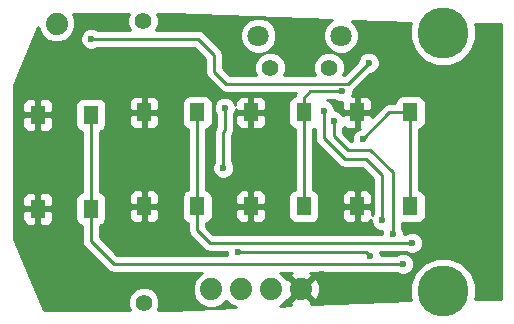
<source format=gbr>
G04 #@! TF.FileFunction,Copper,L1,Top,Signal*
%FSLAX46Y46*%
G04 Gerber Fmt 4.6, Leading zero omitted, Abs format (unit mm)*
G04 Created by KiCad (PCBNEW 4.0.7-e2-6376~61~ubuntu18.04.1) date Tue Jul 31 19:09:39 2018*
%MOMM*%
%LPD*%
G01*
G04 APERTURE LIST*
%ADD10C,0.100000*%
%ADD11R,1.300000X1.600000*%
%ADD12C,1.397000*%
%ADD13C,4.318000*%
%ADD14C,1.879600*%
%ADD15C,1.408000*%
%ADD16C,1.800000*%
%ADD17C,0.600000*%
%ADD18C,0.250000*%
%ADD19C,0.254000*%
G04 APERTURE END LIST*
D10*
D11*
X101440000Y-72025000D03*
X101440000Y-79975000D03*
X96940000Y-72025000D03*
X96940000Y-79975000D03*
D12*
X87833200Y-64262000D03*
D13*
X113233200Y-65278000D03*
D14*
X93599000Y-86995000D03*
X96139000Y-86995000D03*
X98679000Y-86995000D03*
X101219000Y-86995000D03*
X80518000Y-64516000D03*
D13*
X113233200Y-87122000D03*
D12*
X87884000Y-88138000D03*
D15*
X98592000Y-68232000D03*
X103592000Y-68232000D03*
D16*
X97592000Y-65532000D03*
X104592000Y-65532000D03*
D11*
X83406000Y-72228000D03*
X83406000Y-80178000D03*
X78906000Y-72228000D03*
X78906000Y-80178000D03*
X92423000Y-72025000D03*
X92423000Y-79975000D03*
X87923000Y-72025000D03*
X87923000Y-79975000D03*
X110457000Y-72025000D03*
X110457000Y-79975000D03*
X105957000Y-72025000D03*
X105957000Y-79975000D03*
D17*
X102997000Y-85725000D03*
X81788000Y-87376000D03*
X84963000Y-64643000D03*
X116840000Y-77470000D03*
X116840000Y-75946000D03*
X116840000Y-74422000D03*
X116840000Y-73025000D03*
X83439000Y-65786000D03*
X106934000Y-67818000D03*
X109855000Y-84836000D03*
X110617000Y-83058000D03*
X104648000Y-70231000D03*
X106426000Y-74295000D03*
X94742000Y-71628000D03*
X94615000Y-76708000D03*
X107061000Y-84201000D03*
X95885000Y-83820000D03*
X108077000Y-81153000D03*
X103124000Y-71882000D03*
X108966000Y-82296000D03*
X104013000Y-72771000D03*
D18*
X116840000Y-75946000D02*
X116840000Y-77470000D01*
X116840000Y-73025000D02*
X116840000Y-74422000D01*
X92456000Y-65786000D02*
X83439000Y-65786000D01*
X93853000Y-67183000D02*
X92456000Y-65786000D01*
X93853000Y-68580000D02*
X93853000Y-67183000D01*
X94869000Y-69596000D02*
X93853000Y-68580000D01*
X105156000Y-69596000D02*
X94869000Y-69596000D01*
X106934000Y-67818000D02*
X105156000Y-69596000D01*
X83406000Y-82898000D02*
X83406000Y-80178000D01*
X85344000Y-84836000D02*
X83406000Y-82898000D01*
X109855000Y-84836000D02*
X85344000Y-84836000D01*
X83406000Y-80178000D02*
X83406000Y-72228000D01*
X92423000Y-82009000D02*
X92423000Y-79975000D01*
X93472000Y-83058000D02*
X92423000Y-82009000D01*
X110617000Y-83058000D02*
X93472000Y-83058000D01*
X92423000Y-79975000D02*
X92423000Y-72025000D01*
X101440000Y-70772000D02*
X101440000Y-72025000D01*
X101981000Y-70231000D02*
X101440000Y-70772000D01*
X104648000Y-70231000D02*
X101981000Y-70231000D01*
X101440000Y-79975000D02*
X101440000Y-72025000D01*
X108696000Y-72025000D02*
X110457000Y-72025000D01*
X106426000Y-74295000D02*
X108696000Y-72025000D01*
X110457000Y-79975000D02*
X110457000Y-72025000D01*
X94742000Y-73533000D02*
X94742000Y-71628000D01*
X94615000Y-73660000D02*
X94742000Y-73533000D01*
X94615000Y-76708000D02*
X94615000Y-73660000D01*
X106553000Y-83820000D02*
X106172000Y-83820000D01*
X107061000Y-84201000D02*
X106680000Y-83820000D01*
X106680000Y-83820000D02*
X106553000Y-83820000D01*
X106553000Y-83820000D02*
X106426000Y-83820000D01*
X95885000Y-83820000D02*
X106172000Y-83820000D01*
X106172000Y-83820000D02*
X106299000Y-83820000D01*
X108077000Y-77343000D02*
X108077000Y-81153000D01*
X106680000Y-75946000D02*
X108077000Y-77343000D01*
X104902000Y-75946000D02*
X106680000Y-75946000D01*
X103124000Y-74168000D02*
X104902000Y-75946000D01*
X103124000Y-71882000D02*
X103124000Y-74168000D01*
X108966000Y-77089000D02*
X108966000Y-82296000D01*
X107061000Y-75184000D02*
X108966000Y-77089000D01*
X105156000Y-75184000D02*
X107061000Y-75184000D01*
X104013000Y-74041000D02*
X105156000Y-75184000D01*
X104013000Y-72771000D02*
X104013000Y-74041000D01*
D19*
G36*
X86499932Y-63995587D02*
X86499469Y-64526086D01*
X86702054Y-65016380D01*
X86711657Y-65026000D01*
X84001463Y-65026000D01*
X83969327Y-64993808D01*
X83625799Y-64851162D01*
X83253833Y-64850838D01*
X82910057Y-64992883D01*
X82646808Y-65255673D01*
X82504162Y-65599201D01*
X82503838Y-65971167D01*
X82645883Y-66314943D01*
X82908673Y-66578192D01*
X83252201Y-66720838D01*
X83624167Y-66721162D01*
X83967943Y-66579117D01*
X84001118Y-66546000D01*
X92141198Y-66546000D01*
X93093000Y-67497802D01*
X93093000Y-68580000D01*
X93150852Y-68870839D01*
X93315599Y-69117401D01*
X94331599Y-70133401D01*
X94578161Y-70298148D01*
X94869000Y-70356000D01*
X100821482Y-70356000D01*
X100737852Y-70481161D01*
X100715904Y-70591502D01*
X100554683Y-70621838D01*
X100338559Y-70760910D01*
X100193569Y-70973110D01*
X100142560Y-71225000D01*
X100142560Y-72825000D01*
X100186838Y-73060317D01*
X100325910Y-73276441D01*
X100538110Y-73421431D01*
X100680000Y-73450164D01*
X100680000Y-78548258D01*
X100554683Y-78571838D01*
X100338559Y-78710910D01*
X100193569Y-78923110D01*
X100142560Y-79175000D01*
X100142560Y-80775000D01*
X100186838Y-81010317D01*
X100325910Y-81226441D01*
X100538110Y-81371431D01*
X100790000Y-81422440D01*
X102090000Y-81422440D01*
X102325317Y-81378162D01*
X102541441Y-81239090D01*
X102686431Y-81026890D01*
X102737440Y-80775000D01*
X102737440Y-80260750D01*
X104672000Y-80260750D01*
X104672000Y-80901309D01*
X104768673Y-81134698D01*
X104947301Y-81313327D01*
X105180690Y-81410000D01*
X105671250Y-81410000D01*
X105830000Y-81251250D01*
X105830000Y-80102000D01*
X104830750Y-80102000D01*
X104672000Y-80260750D01*
X102737440Y-80260750D01*
X102737440Y-79175000D01*
X102713674Y-79048691D01*
X104672000Y-79048691D01*
X104672000Y-79689250D01*
X104830750Y-79848000D01*
X105830000Y-79848000D01*
X105830000Y-78698750D01*
X106084000Y-78698750D01*
X106084000Y-79848000D01*
X107083250Y-79848000D01*
X107242000Y-79689250D01*
X107242000Y-79048691D01*
X107145327Y-78815302D01*
X106966699Y-78636673D01*
X106733310Y-78540000D01*
X106242750Y-78540000D01*
X106084000Y-78698750D01*
X105830000Y-78698750D01*
X105671250Y-78540000D01*
X105180690Y-78540000D01*
X104947301Y-78636673D01*
X104768673Y-78815302D01*
X104672000Y-79048691D01*
X102713674Y-79048691D01*
X102693162Y-78939683D01*
X102554090Y-78723559D01*
X102341890Y-78578569D01*
X102200000Y-78549836D01*
X102200000Y-73451742D01*
X102325317Y-73428162D01*
X102364000Y-73403270D01*
X102364000Y-74168000D01*
X102421852Y-74458839D01*
X102586599Y-74705401D01*
X104364599Y-76483401D01*
X104611161Y-76648148D01*
X104902000Y-76706000D01*
X106365198Y-76706000D01*
X107317000Y-77657802D01*
X107317000Y-80590537D01*
X107284808Y-80622673D01*
X107242000Y-80725766D01*
X107242000Y-80260750D01*
X107083250Y-80102000D01*
X106084000Y-80102000D01*
X106084000Y-81251250D01*
X106242750Y-81410000D01*
X106733310Y-81410000D01*
X106966699Y-81313327D01*
X107142012Y-81138013D01*
X107141838Y-81338167D01*
X107283883Y-81681943D01*
X107546673Y-81945192D01*
X107890201Y-82087838D01*
X108039979Y-82087968D01*
X108031162Y-82109201D01*
X108030998Y-82298000D01*
X93786802Y-82298000D01*
X93183000Y-81694198D01*
X93183000Y-81401742D01*
X93308317Y-81378162D01*
X93524441Y-81239090D01*
X93669431Y-81026890D01*
X93720440Y-80775000D01*
X93720440Y-80260750D01*
X95655000Y-80260750D01*
X95655000Y-80901309D01*
X95751673Y-81134698D01*
X95930301Y-81313327D01*
X96163690Y-81410000D01*
X96654250Y-81410000D01*
X96813000Y-81251250D01*
X96813000Y-80102000D01*
X97067000Y-80102000D01*
X97067000Y-81251250D01*
X97225750Y-81410000D01*
X97716310Y-81410000D01*
X97949699Y-81313327D01*
X98128327Y-81134698D01*
X98225000Y-80901309D01*
X98225000Y-80260750D01*
X98066250Y-80102000D01*
X97067000Y-80102000D01*
X96813000Y-80102000D01*
X95813750Y-80102000D01*
X95655000Y-80260750D01*
X93720440Y-80260750D01*
X93720440Y-79175000D01*
X93696674Y-79048691D01*
X95655000Y-79048691D01*
X95655000Y-79689250D01*
X95813750Y-79848000D01*
X96813000Y-79848000D01*
X96813000Y-78698750D01*
X97067000Y-78698750D01*
X97067000Y-79848000D01*
X98066250Y-79848000D01*
X98225000Y-79689250D01*
X98225000Y-79048691D01*
X98128327Y-78815302D01*
X97949699Y-78636673D01*
X97716310Y-78540000D01*
X97225750Y-78540000D01*
X97067000Y-78698750D01*
X96813000Y-78698750D01*
X96654250Y-78540000D01*
X96163690Y-78540000D01*
X95930301Y-78636673D01*
X95751673Y-78815302D01*
X95655000Y-79048691D01*
X93696674Y-79048691D01*
X93676162Y-78939683D01*
X93537090Y-78723559D01*
X93324890Y-78578569D01*
X93183000Y-78549836D01*
X93183000Y-76893167D01*
X93679838Y-76893167D01*
X93821883Y-77236943D01*
X94084673Y-77500192D01*
X94428201Y-77642838D01*
X94800167Y-77643162D01*
X95143943Y-77501117D01*
X95407192Y-77238327D01*
X95549838Y-76894799D01*
X95550162Y-76522833D01*
X95408117Y-76179057D01*
X95375000Y-76145882D01*
X95375000Y-73927327D01*
X95444148Y-73823839D01*
X95502000Y-73533000D01*
X95502000Y-72310750D01*
X95655000Y-72310750D01*
X95655000Y-72951309D01*
X95751673Y-73184698D01*
X95930301Y-73363327D01*
X96163690Y-73460000D01*
X96654250Y-73460000D01*
X96813000Y-73301250D01*
X96813000Y-72152000D01*
X97067000Y-72152000D01*
X97067000Y-73301250D01*
X97225750Y-73460000D01*
X97716310Y-73460000D01*
X97949699Y-73363327D01*
X98128327Y-73184698D01*
X98225000Y-72951309D01*
X98225000Y-72310750D01*
X98066250Y-72152000D01*
X97067000Y-72152000D01*
X96813000Y-72152000D01*
X95813750Y-72152000D01*
X95655000Y-72310750D01*
X95502000Y-72310750D01*
X95502000Y-72190463D01*
X95534192Y-72158327D01*
X95676838Y-71814799D01*
X95676885Y-71761135D01*
X95813750Y-71898000D01*
X96813000Y-71898000D01*
X96813000Y-70748750D01*
X97067000Y-70748750D01*
X97067000Y-71898000D01*
X98066250Y-71898000D01*
X98225000Y-71739250D01*
X98225000Y-71098691D01*
X98128327Y-70865302D01*
X97949699Y-70686673D01*
X97716310Y-70590000D01*
X97225750Y-70590000D01*
X97067000Y-70748750D01*
X96813000Y-70748750D01*
X96654250Y-70590000D01*
X96163690Y-70590000D01*
X95930301Y-70686673D01*
X95751673Y-70865302D01*
X95655000Y-71098691D01*
X95655000Y-71389197D01*
X95535117Y-71099057D01*
X95272327Y-70835808D01*
X94928799Y-70693162D01*
X94556833Y-70692838D01*
X94213057Y-70834883D01*
X93949808Y-71097673D01*
X93807162Y-71441201D01*
X93806838Y-71813167D01*
X93948883Y-72156943D01*
X93982000Y-72190118D01*
X93982000Y-73265673D01*
X93912852Y-73369161D01*
X93855000Y-73660000D01*
X93855000Y-76145537D01*
X93822808Y-76177673D01*
X93680162Y-76521201D01*
X93679838Y-76893167D01*
X93183000Y-76893167D01*
X93183000Y-73451742D01*
X93308317Y-73428162D01*
X93524441Y-73289090D01*
X93669431Y-73076890D01*
X93720440Y-72825000D01*
X93720440Y-71225000D01*
X93676162Y-70989683D01*
X93537090Y-70773559D01*
X93324890Y-70628569D01*
X93073000Y-70577560D01*
X91773000Y-70577560D01*
X91537683Y-70621838D01*
X91321559Y-70760910D01*
X91176569Y-70973110D01*
X91125560Y-71225000D01*
X91125560Y-72825000D01*
X91169838Y-73060317D01*
X91308910Y-73276441D01*
X91521110Y-73421431D01*
X91663000Y-73450164D01*
X91663000Y-78548258D01*
X91537683Y-78571838D01*
X91321559Y-78710910D01*
X91176569Y-78923110D01*
X91125560Y-79175000D01*
X91125560Y-80775000D01*
X91169838Y-81010317D01*
X91308910Y-81226441D01*
X91521110Y-81371431D01*
X91663000Y-81400164D01*
X91663000Y-82009000D01*
X91720852Y-82299839D01*
X91885599Y-82546401D01*
X92934599Y-83595401D01*
X93181161Y-83760148D01*
X93472000Y-83818000D01*
X94950001Y-83818000D01*
X94949838Y-84005167D01*
X94979106Y-84076000D01*
X85658802Y-84076000D01*
X84166000Y-82583198D01*
X84166000Y-81604742D01*
X84291317Y-81581162D01*
X84507441Y-81442090D01*
X84652431Y-81229890D01*
X84703440Y-80978000D01*
X84703440Y-80260750D01*
X86638000Y-80260750D01*
X86638000Y-80901309D01*
X86734673Y-81134698D01*
X86913301Y-81313327D01*
X87146690Y-81410000D01*
X87637250Y-81410000D01*
X87796000Y-81251250D01*
X87796000Y-80102000D01*
X88050000Y-80102000D01*
X88050000Y-81251250D01*
X88208750Y-81410000D01*
X88699310Y-81410000D01*
X88932699Y-81313327D01*
X89111327Y-81134698D01*
X89208000Y-80901309D01*
X89208000Y-80260750D01*
X89049250Y-80102000D01*
X88050000Y-80102000D01*
X87796000Y-80102000D01*
X86796750Y-80102000D01*
X86638000Y-80260750D01*
X84703440Y-80260750D01*
X84703440Y-79378000D01*
X84659162Y-79142683D01*
X84598680Y-79048691D01*
X86638000Y-79048691D01*
X86638000Y-79689250D01*
X86796750Y-79848000D01*
X87796000Y-79848000D01*
X87796000Y-78698750D01*
X88050000Y-78698750D01*
X88050000Y-79848000D01*
X89049250Y-79848000D01*
X89208000Y-79689250D01*
X89208000Y-79048691D01*
X89111327Y-78815302D01*
X88932699Y-78636673D01*
X88699310Y-78540000D01*
X88208750Y-78540000D01*
X88050000Y-78698750D01*
X87796000Y-78698750D01*
X87637250Y-78540000D01*
X87146690Y-78540000D01*
X86913301Y-78636673D01*
X86734673Y-78815302D01*
X86638000Y-79048691D01*
X84598680Y-79048691D01*
X84520090Y-78926559D01*
X84307890Y-78781569D01*
X84166000Y-78752836D01*
X84166000Y-73654742D01*
X84291317Y-73631162D01*
X84507441Y-73492090D01*
X84652431Y-73279890D01*
X84703440Y-73028000D01*
X84703440Y-72310750D01*
X86638000Y-72310750D01*
X86638000Y-72951309D01*
X86734673Y-73184698D01*
X86913301Y-73363327D01*
X87146690Y-73460000D01*
X87637250Y-73460000D01*
X87796000Y-73301250D01*
X87796000Y-72152000D01*
X88050000Y-72152000D01*
X88050000Y-73301250D01*
X88208750Y-73460000D01*
X88699310Y-73460000D01*
X88932699Y-73363327D01*
X89111327Y-73184698D01*
X89208000Y-72951309D01*
X89208000Y-72310750D01*
X89049250Y-72152000D01*
X88050000Y-72152000D01*
X87796000Y-72152000D01*
X86796750Y-72152000D01*
X86638000Y-72310750D01*
X84703440Y-72310750D01*
X84703440Y-71428000D01*
X84659162Y-71192683D01*
X84598680Y-71098691D01*
X86638000Y-71098691D01*
X86638000Y-71739250D01*
X86796750Y-71898000D01*
X87796000Y-71898000D01*
X87796000Y-70748750D01*
X88050000Y-70748750D01*
X88050000Y-71898000D01*
X89049250Y-71898000D01*
X89208000Y-71739250D01*
X89208000Y-71098691D01*
X89111327Y-70865302D01*
X88932699Y-70686673D01*
X88699310Y-70590000D01*
X88208750Y-70590000D01*
X88050000Y-70748750D01*
X87796000Y-70748750D01*
X87637250Y-70590000D01*
X87146690Y-70590000D01*
X86913301Y-70686673D01*
X86734673Y-70865302D01*
X86638000Y-71098691D01*
X84598680Y-71098691D01*
X84520090Y-70976559D01*
X84307890Y-70831569D01*
X84056000Y-70780560D01*
X82756000Y-70780560D01*
X82520683Y-70824838D01*
X82304559Y-70963910D01*
X82159569Y-71176110D01*
X82108560Y-71428000D01*
X82108560Y-73028000D01*
X82152838Y-73263317D01*
X82291910Y-73479441D01*
X82504110Y-73624431D01*
X82646000Y-73653164D01*
X82646000Y-78751258D01*
X82520683Y-78774838D01*
X82304559Y-78913910D01*
X82159569Y-79126110D01*
X82108560Y-79378000D01*
X82108560Y-80978000D01*
X82152838Y-81213317D01*
X82291910Y-81429441D01*
X82504110Y-81574431D01*
X82646000Y-81603164D01*
X82646000Y-82898000D01*
X82703852Y-83188839D01*
X82868599Y-83435401D01*
X84806599Y-85373401D01*
X85053161Y-85538148D01*
X85344000Y-85596000D01*
X92860998Y-85596000D01*
X92708113Y-85659171D01*
X92264728Y-86101783D01*
X92024474Y-86680379D01*
X92023927Y-87306873D01*
X92263171Y-87885887D01*
X92705783Y-88329272D01*
X93284379Y-88569526D01*
X93910873Y-88570073D01*
X94489887Y-88330829D01*
X94869273Y-87952104D01*
X95245783Y-88329272D01*
X95736457Y-88533018D01*
X90308822Y-88748400D01*
X89074432Y-88748400D01*
X89217268Y-88404413D01*
X89217731Y-87873914D01*
X89015146Y-87383620D01*
X88640353Y-87008173D01*
X88150413Y-86804732D01*
X87619914Y-86804269D01*
X87129620Y-87006854D01*
X86754173Y-87381647D01*
X86550732Y-87871587D01*
X86550269Y-88402086D01*
X86693363Y-88748400D01*
X79446607Y-88748400D01*
X76885000Y-82740266D01*
X76885000Y-80463750D01*
X77621000Y-80463750D01*
X77621000Y-81104309D01*
X77717673Y-81337698D01*
X77896301Y-81516327D01*
X78129690Y-81613000D01*
X78620250Y-81613000D01*
X78779000Y-81454250D01*
X78779000Y-80305000D01*
X79033000Y-80305000D01*
X79033000Y-81454250D01*
X79191750Y-81613000D01*
X79682310Y-81613000D01*
X79915699Y-81516327D01*
X80094327Y-81337698D01*
X80191000Y-81104309D01*
X80191000Y-80463750D01*
X80032250Y-80305000D01*
X79033000Y-80305000D01*
X78779000Y-80305000D01*
X77779750Y-80305000D01*
X77621000Y-80463750D01*
X76885000Y-80463750D01*
X76885000Y-79251691D01*
X77621000Y-79251691D01*
X77621000Y-79892250D01*
X77779750Y-80051000D01*
X78779000Y-80051000D01*
X78779000Y-78901750D01*
X79033000Y-78901750D01*
X79033000Y-80051000D01*
X80032250Y-80051000D01*
X80191000Y-79892250D01*
X80191000Y-79251691D01*
X80094327Y-79018302D01*
X79915699Y-78839673D01*
X79682310Y-78743000D01*
X79191750Y-78743000D01*
X79033000Y-78901750D01*
X78779000Y-78901750D01*
X78620250Y-78743000D01*
X78129690Y-78743000D01*
X77896301Y-78839673D01*
X77717673Y-79018302D01*
X77621000Y-79251691D01*
X76885000Y-79251691D01*
X76885000Y-72513750D01*
X77621000Y-72513750D01*
X77621000Y-73154309D01*
X77717673Y-73387698D01*
X77896301Y-73566327D01*
X78129690Y-73663000D01*
X78620250Y-73663000D01*
X78779000Y-73504250D01*
X78779000Y-72355000D01*
X79033000Y-72355000D01*
X79033000Y-73504250D01*
X79191750Y-73663000D01*
X79682310Y-73663000D01*
X79915699Y-73566327D01*
X80094327Y-73387698D01*
X80191000Y-73154309D01*
X80191000Y-72513750D01*
X80032250Y-72355000D01*
X79033000Y-72355000D01*
X78779000Y-72355000D01*
X77779750Y-72355000D01*
X77621000Y-72513750D01*
X76885000Y-72513750D01*
X76885000Y-71301691D01*
X77621000Y-71301691D01*
X77621000Y-71942250D01*
X77779750Y-72101000D01*
X78779000Y-72101000D01*
X78779000Y-70951750D01*
X79033000Y-70951750D01*
X79033000Y-72101000D01*
X80032250Y-72101000D01*
X80191000Y-71942250D01*
X80191000Y-71301691D01*
X80094327Y-71068302D01*
X79915699Y-70889673D01*
X79682310Y-70793000D01*
X79191750Y-70793000D01*
X79033000Y-70951750D01*
X78779000Y-70951750D01*
X78620250Y-70793000D01*
X78129690Y-70793000D01*
X77896301Y-70889673D01*
X77717673Y-71068302D01*
X77621000Y-71301691D01*
X76885000Y-71301691D01*
X76885000Y-69659734D01*
X78943994Y-64830455D01*
X79182171Y-65406887D01*
X79624783Y-65850272D01*
X80203379Y-66090526D01*
X80829873Y-66091073D01*
X81408887Y-65851829D01*
X81852272Y-65409217D01*
X82092526Y-64830621D01*
X82093073Y-64204127D01*
X81864773Y-63651600D01*
X86642768Y-63651600D01*
X86499932Y-63995587D01*
X86499932Y-63995587D01*
G37*
X86499932Y-63995587D02*
X86499469Y-64526086D01*
X86702054Y-65016380D01*
X86711657Y-65026000D01*
X84001463Y-65026000D01*
X83969327Y-64993808D01*
X83625799Y-64851162D01*
X83253833Y-64850838D01*
X82910057Y-64992883D01*
X82646808Y-65255673D01*
X82504162Y-65599201D01*
X82503838Y-65971167D01*
X82645883Y-66314943D01*
X82908673Y-66578192D01*
X83252201Y-66720838D01*
X83624167Y-66721162D01*
X83967943Y-66579117D01*
X84001118Y-66546000D01*
X92141198Y-66546000D01*
X93093000Y-67497802D01*
X93093000Y-68580000D01*
X93150852Y-68870839D01*
X93315599Y-69117401D01*
X94331599Y-70133401D01*
X94578161Y-70298148D01*
X94869000Y-70356000D01*
X100821482Y-70356000D01*
X100737852Y-70481161D01*
X100715904Y-70591502D01*
X100554683Y-70621838D01*
X100338559Y-70760910D01*
X100193569Y-70973110D01*
X100142560Y-71225000D01*
X100142560Y-72825000D01*
X100186838Y-73060317D01*
X100325910Y-73276441D01*
X100538110Y-73421431D01*
X100680000Y-73450164D01*
X100680000Y-78548258D01*
X100554683Y-78571838D01*
X100338559Y-78710910D01*
X100193569Y-78923110D01*
X100142560Y-79175000D01*
X100142560Y-80775000D01*
X100186838Y-81010317D01*
X100325910Y-81226441D01*
X100538110Y-81371431D01*
X100790000Y-81422440D01*
X102090000Y-81422440D01*
X102325317Y-81378162D01*
X102541441Y-81239090D01*
X102686431Y-81026890D01*
X102737440Y-80775000D01*
X102737440Y-80260750D01*
X104672000Y-80260750D01*
X104672000Y-80901309D01*
X104768673Y-81134698D01*
X104947301Y-81313327D01*
X105180690Y-81410000D01*
X105671250Y-81410000D01*
X105830000Y-81251250D01*
X105830000Y-80102000D01*
X104830750Y-80102000D01*
X104672000Y-80260750D01*
X102737440Y-80260750D01*
X102737440Y-79175000D01*
X102713674Y-79048691D01*
X104672000Y-79048691D01*
X104672000Y-79689250D01*
X104830750Y-79848000D01*
X105830000Y-79848000D01*
X105830000Y-78698750D01*
X106084000Y-78698750D01*
X106084000Y-79848000D01*
X107083250Y-79848000D01*
X107242000Y-79689250D01*
X107242000Y-79048691D01*
X107145327Y-78815302D01*
X106966699Y-78636673D01*
X106733310Y-78540000D01*
X106242750Y-78540000D01*
X106084000Y-78698750D01*
X105830000Y-78698750D01*
X105671250Y-78540000D01*
X105180690Y-78540000D01*
X104947301Y-78636673D01*
X104768673Y-78815302D01*
X104672000Y-79048691D01*
X102713674Y-79048691D01*
X102693162Y-78939683D01*
X102554090Y-78723559D01*
X102341890Y-78578569D01*
X102200000Y-78549836D01*
X102200000Y-73451742D01*
X102325317Y-73428162D01*
X102364000Y-73403270D01*
X102364000Y-74168000D01*
X102421852Y-74458839D01*
X102586599Y-74705401D01*
X104364599Y-76483401D01*
X104611161Y-76648148D01*
X104902000Y-76706000D01*
X106365198Y-76706000D01*
X107317000Y-77657802D01*
X107317000Y-80590537D01*
X107284808Y-80622673D01*
X107242000Y-80725766D01*
X107242000Y-80260750D01*
X107083250Y-80102000D01*
X106084000Y-80102000D01*
X106084000Y-81251250D01*
X106242750Y-81410000D01*
X106733310Y-81410000D01*
X106966699Y-81313327D01*
X107142012Y-81138013D01*
X107141838Y-81338167D01*
X107283883Y-81681943D01*
X107546673Y-81945192D01*
X107890201Y-82087838D01*
X108039979Y-82087968D01*
X108031162Y-82109201D01*
X108030998Y-82298000D01*
X93786802Y-82298000D01*
X93183000Y-81694198D01*
X93183000Y-81401742D01*
X93308317Y-81378162D01*
X93524441Y-81239090D01*
X93669431Y-81026890D01*
X93720440Y-80775000D01*
X93720440Y-80260750D01*
X95655000Y-80260750D01*
X95655000Y-80901309D01*
X95751673Y-81134698D01*
X95930301Y-81313327D01*
X96163690Y-81410000D01*
X96654250Y-81410000D01*
X96813000Y-81251250D01*
X96813000Y-80102000D01*
X97067000Y-80102000D01*
X97067000Y-81251250D01*
X97225750Y-81410000D01*
X97716310Y-81410000D01*
X97949699Y-81313327D01*
X98128327Y-81134698D01*
X98225000Y-80901309D01*
X98225000Y-80260750D01*
X98066250Y-80102000D01*
X97067000Y-80102000D01*
X96813000Y-80102000D01*
X95813750Y-80102000D01*
X95655000Y-80260750D01*
X93720440Y-80260750D01*
X93720440Y-79175000D01*
X93696674Y-79048691D01*
X95655000Y-79048691D01*
X95655000Y-79689250D01*
X95813750Y-79848000D01*
X96813000Y-79848000D01*
X96813000Y-78698750D01*
X97067000Y-78698750D01*
X97067000Y-79848000D01*
X98066250Y-79848000D01*
X98225000Y-79689250D01*
X98225000Y-79048691D01*
X98128327Y-78815302D01*
X97949699Y-78636673D01*
X97716310Y-78540000D01*
X97225750Y-78540000D01*
X97067000Y-78698750D01*
X96813000Y-78698750D01*
X96654250Y-78540000D01*
X96163690Y-78540000D01*
X95930301Y-78636673D01*
X95751673Y-78815302D01*
X95655000Y-79048691D01*
X93696674Y-79048691D01*
X93676162Y-78939683D01*
X93537090Y-78723559D01*
X93324890Y-78578569D01*
X93183000Y-78549836D01*
X93183000Y-76893167D01*
X93679838Y-76893167D01*
X93821883Y-77236943D01*
X94084673Y-77500192D01*
X94428201Y-77642838D01*
X94800167Y-77643162D01*
X95143943Y-77501117D01*
X95407192Y-77238327D01*
X95549838Y-76894799D01*
X95550162Y-76522833D01*
X95408117Y-76179057D01*
X95375000Y-76145882D01*
X95375000Y-73927327D01*
X95444148Y-73823839D01*
X95502000Y-73533000D01*
X95502000Y-72310750D01*
X95655000Y-72310750D01*
X95655000Y-72951309D01*
X95751673Y-73184698D01*
X95930301Y-73363327D01*
X96163690Y-73460000D01*
X96654250Y-73460000D01*
X96813000Y-73301250D01*
X96813000Y-72152000D01*
X97067000Y-72152000D01*
X97067000Y-73301250D01*
X97225750Y-73460000D01*
X97716310Y-73460000D01*
X97949699Y-73363327D01*
X98128327Y-73184698D01*
X98225000Y-72951309D01*
X98225000Y-72310750D01*
X98066250Y-72152000D01*
X97067000Y-72152000D01*
X96813000Y-72152000D01*
X95813750Y-72152000D01*
X95655000Y-72310750D01*
X95502000Y-72310750D01*
X95502000Y-72190463D01*
X95534192Y-72158327D01*
X95676838Y-71814799D01*
X95676885Y-71761135D01*
X95813750Y-71898000D01*
X96813000Y-71898000D01*
X96813000Y-70748750D01*
X97067000Y-70748750D01*
X97067000Y-71898000D01*
X98066250Y-71898000D01*
X98225000Y-71739250D01*
X98225000Y-71098691D01*
X98128327Y-70865302D01*
X97949699Y-70686673D01*
X97716310Y-70590000D01*
X97225750Y-70590000D01*
X97067000Y-70748750D01*
X96813000Y-70748750D01*
X96654250Y-70590000D01*
X96163690Y-70590000D01*
X95930301Y-70686673D01*
X95751673Y-70865302D01*
X95655000Y-71098691D01*
X95655000Y-71389197D01*
X95535117Y-71099057D01*
X95272327Y-70835808D01*
X94928799Y-70693162D01*
X94556833Y-70692838D01*
X94213057Y-70834883D01*
X93949808Y-71097673D01*
X93807162Y-71441201D01*
X93806838Y-71813167D01*
X93948883Y-72156943D01*
X93982000Y-72190118D01*
X93982000Y-73265673D01*
X93912852Y-73369161D01*
X93855000Y-73660000D01*
X93855000Y-76145537D01*
X93822808Y-76177673D01*
X93680162Y-76521201D01*
X93679838Y-76893167D01*
X93183000Y-76893167D01*
X93183000Y-73451742D01*
X93308317Y-73428162D01*
X93524441Y-73289090D01*
X93669431Y-73076890D01*
X93720440Y-72825000D01*
X93720440Y-71225000D01*
X93676162Y-70989683D01*
X93537090Y-70773559D01*
X93324890Y-70628569D01*
X93073000Y-70577560D01*
X91773000Y-70577560D01*
X91537683Y-70621838D01*
X91321559Y-70760910D01*
X91176569Y-70973110D01*
X91125560Y-71225000D01*
X91125560Y-72825000D01*
X91169838Y-73060317D01*
X91308910Y-73276441D01*
X91521110Y-73421431D01*
X91663000Y-73450164D01*
X91663000Y-78548258D01*
X91537683Y-78571838D01*
X91321559Y-78710910D01*
X91176569Y-78923110D01*
X91125560Y-79175000D01*
X91125560Y-80775000D01*
X91169838Y-81010317D01*
X91308910Y-81226441D01*
X91521110Y-81371431D01*
X91663000Y-81400164D01*
X91663000Y-82009000D01*
X91720852Y-82299839D01*
X91885599Y-82546401D01*
X92934599Y-83595401D01*
X93181161Y-83760148D01*
X93472000Y-83818000D01*
X94950001Y-83818000D01*
X94949838Y-84005167D01*
X94979106Y-84076000D01*
X85658802Y-84076000D01*
X84166000Y-82583198D01*
X84166000Y-81604742D01*
X84291317Y-81581162D01*
X84507441Y-81442090D01*
X84652431Y-81229890D01*
X84703440Y-80978000D01*
X84703440Y-80260750D01*
X86638000Y-80260750D01*
X86638000Y-80901309D01*
X86734673Y-81134698D01*
X86913301Y-81313327D01*
X87146690Y-81410000D01*
X87637250Y-81410000D01*
X87796000Y-81251250D01*
X87796000Y-80102000D01*
X88050000Y-80102000D01*
X88050000Y-81251250D01*
X88208750Y-81410000D01*
X88699310Y-81410000D01*
X88932699Y-81313327D01*
X89111327Y-81134698D01*
X89208000Y-80901309D01*
X89208000Y-80260750D01*
X89049250Y-80102000D01*
X88050000Y-80102000D01*
X87796000Y-80102000D01*
X86796750Y-80102000D01*
X86638000Y-80260750D01*
X84703440Y-80260750D01*
X84703440Y-79378000D01*
X84659162Y-79142683D01*
X84598680Y-79048691D01*
X86638000Y-79048691D01*
X86638000Y-79689250D01*
X86796750Y-79848000D01*
X87796000Y-79848000D01*
X87796000Y-78698750D01*
X88050000Y-78698750D01*
X88050000Y-79848000D01*
X89049250Y-79848000D01*
X89208000Y-79689250D01*
X89208000Y-79048691D01*
X89111327Y-78815302D01*
X88932699Y-78636673D01*
X88699310Y-78540000D01*
X88208750Y-78540000D01*
X88050000Y-78698750D01*
X87796000Y-78698750D01*
X87637250Y-78540000D01*
X87146690Y-78540000D01*
X86913301Y-78636673D01*
X86734673Y-78815302D01*
X86638000Y-79048691D01*
X84598680Y-79048691D01*
X84520090Y-78926559D01*
X84307890Y-78781569D01*
X84166000Y-78752836D01*
X84166000Y-73654742D01*
X84291317Y-73631162D01*
X84507441Y-73492090D01*
X84652431Y-73279890D01*
X84703440Y-73028000D01*
X84703440Y-72310750D01*
X86638000Y-72310750D01*
X86638000Y-72951309D01*
X86734673Y-73184698D01*
X86913301Y-73363327D01*
X87146690Y-73460000D01*
X87637250Y-73460000D01*
X87796000Y-73301250D01*
X87796000Y-72152000D01*
X88050000Y-72152000D01*
X88050000Y-73301250D01*
X88208750Y-73460000D01*
X88699310Y-73460000D01*
X88932699Y-73363327D01*
X89111327Y-73184698D01*
X89208000Y-72951309D01*
X89208000Y-72310750D01*
X89049250Y-72152000D01*
X88050000Y-72152000D01*
X87796000Y-72152000D01*
X86796750Y-72152000D01*
X86638000Y-72310750D01*
X84703440Y-72310750D01*
X84703440Y-71428000D01*
X84659162Y-71192683D01*
X84598680Y-71098691D01*
X86638000Y-71098691D01*
X86638000Y-71739250D01*
X86796750Y-71898000D01*
X87796000Y-71898000D01*
X87796000Y-70748750D01*
X88050000Y-70748750D01*
X88050000Y-71898000D01*
X89049250Y-71898000D01*
X89208000Y-71739250D01*
X89208000Y-71098691D01*
X89111327Y-70865302D01*
X88932699Y-70686673D01*
X88699310Y-70590000D01*
X88208750Y-70590000D01*
X88050000Y-70748750D01*
X87796000Y-70748750D01*
X87637250Y-70590000D01*
X87146690Y-70590000D01*
X86913301Y-70686673D01*
X86734673Y-70865302D01*
X86638000Y-71098691D01*
X84598680Y-71098691D01*
X84520090Y-70976559D01*
X84307890Y-70831569D01*
X84056000Y-70780560D01*
X82756000Y-70780560D01*
X82520683Y-70824838D01*
X82304559Y-70963910D01*
X82159569Y-71176110D01*
X82108560Y-71428000D01*
X82108560Y-73028000D01*
X82152838Y-73263317D01*
X82291910Y-73479441D01*
X82504110Y-73624431D01*
X82646000Y-73653164D01*
X82646000Y-78751258D01*
X82520683Y-78774838D01*
X82304559Y-78913910D01*
X82159569Y-79126110D01*
X82108560Y-79378000D01*
X82108560Y-80978000D01*
X82152838Y-81213317D01*
X82291910Y-81429441D01*
X82504110Y-81574431D01*
X82646000Y-81603164D01*
X82646000Y-82898000D01*
X82703852Y-83188839D01*
X82868599Y-83435401D01*
X84806599Y-85373401D01*
X85053161Y-85538148D01*
X85344000Y-85596000D01*
X92860998Y-85596000D01*
X92708113Y-85659171D01*
X92264728Y-86101783D01*
X92024474Y-86680379D01*
X92023927Y-87306873D01*
X92263171Y-87885887D01*
X92705783Y-88329272D01*
X93284379Y-88569526D01*
X93910873Y-88570073D01*
X94489887Y-88330829D01*
X94869273Y-87952104D01*
X95245783Y-88329272D01*
X95736457Y-88533018D01*
X90308822Y-88748400D01*
X89074432Y-88748400D01*
X89217268Y-88404413D01*
X89217731Y-87873914D01*
X89015146Y-87383620D01*
X88640353Y-87008173D01*
X88150413Y-86804732D01*
X87619914Y-86804269D01*
X87129620Y-87006854D01*
X86754173Y-87381647D01*
X86550732Y-87871587D01*
X86550269Y-88402086D01*
X86693363Y-88748400D01*
X79446607Y-88748400D01*
X76885000Y-82740266D01*
X76885000Y-80463750D01*
X77621000Y-80463750D01*
X77621000Y-81104309D01*
X77717673Y-81337698D01*
X77896301Y-81516327D01*
X78129690Y-81613000D01*
X78620250Y-81613000D01*
X78779000Y-81454250D01*
X78779000Y-80305000D01*
X79033000Y-80305000D01*
X79033000Y-81454250D01*
X79191750Y-81613000D01*
X79682310Y-81613000D01*
X79915699Y-81516327D01*
X80094327Y-81337698D01*
X80191000Y-81104309D01*
X80191000Y-80463750D01*
X80032250Y-80305000D01*
X79033000Y-80305000D01*
X78779000Y-80305000D01*
X77779750Y-80305000D01*
X77621000Y-80463750D01*
X76885000Y-80463750D01*
X76885000Y-79251691D01*
X77621000Y-79251691D01*
X77621000Y-79892250D01*
X77779750Y-80051000D01*
X78779000Y-80051000D01*
X78779000Y-78901750D01*
X79033000Y-78901750D01*
X79033000Y-80051000D01*
X80032250Y-80051000D01*
X80191000Y-79892250D01*
X80191000Y-79251691D01*
X80094327Y-79018302D01*
X79915699Y-78839673D01*
X79682310Y-78743000D01*
X79191750Y-78743000D01*
X79033000Y-78901750D01*
X78779000Y-78901750D01*
X78620250Y-78743000D01*
X78129690Y-78743000D01*
X77896301Y-78839673D01*
X77717673Y-79018302D01*
X77621000Y-79251691D01*
X76885000Y-79251691D01*
X76885000Y-72513750D01*
X77621000Y-72513750D01*
X77621000Y-73154309D01*
X77717673Y-73387698D01*
X77896301Y-73566327D01*
X78129690Y-73663000D01*
X78620250Y-73663000D01*
X78779000Y-73504250D01*
X78779000Y-72355000D01*
X79033000Y-72355000D01*
X79033000Y-73504250D01*
X79191750Y-73663000D01*
X79682310Y-73663000D01*
X79915699Y-73566327D01*
X80094327Y-73387698D01*
X80191000Y-73154309D01*
X80191000Y-72513750D01*
X80032250Y-72355000D01*
X79033000Y-72355000D01*
X78779000Y-72355000D01*
X77779750Y-72355000D01*
X77621000Y-72513750D01*
X76885000Y-72513750D01*
X76885000Y-71301691D01*
X77621000Y-71301691D01*
X77621000Y-71942250D01*
X77779750Y-72101000D01*
X78779000Y-72101000D01*
X78779000Y-70951750D01*
X79033000Y-70951750D01*
X79033000Y-72101000D01*
X80032250Y-72101000D01*
X80191000Y-71942250D01*
X80191000Y-71301691D01*
X80094327Y-71068302D01*
X79915699Y-70889673D01*
X79682310Y-70793000D01*
X79191750Y-70793000D01*
X79033000Y-70951750D01*
X78779000Y-70951750D01*
X78620250Y-70793000D01*
X78129690Y-70793000D01*
X77896301Y-70889673D01*
X77717673Y-71068302D01*
X77621000Y-71301691D01*
X76885000Y-71301691D01*
X76885000Y-69659734D01*
X78943994Y-64830455D01*
X79182171Y-65406887D01*
X79624783Y-65850272D01*
X80203379Y-66090526D01*
X80829873Y-66091073D01*
X81408887Y-65851829D01*
X81852272Y-65409217D01*
X82092526Y-64830621D01*
X82093073Y-64204127D01*
X81864773Y-63651600D01*
X86642768Y-63651600D01*
X86499932Y-63995587D01*
G36*
X103825199Y-64187964D02*
X103723629Y-64229932D01*
X103291449Y-64661357D01*
X103057267Y-65225330D01*
X103056735Y-65835991D01*
X103289932Y-66400371D01*
X103721357Y-66832551D01*
X104285330Y-67066733D01*
X104895991Y-67067265D01*
X105460371Y-66834068D01*
X105892551Y-66402643D01*
X106126733Y-65838670D01*
X106127265Y-65228009D01*
X105894068Y-64663629D01*
X105484984Y-64253829D01*
X110549720Y-64454810D01*
X110439686Y-64719801D01*
X110438716Y-65831323D01*
X110863181Y-66858606D01*
X111648460Y-67645257D01*
X112675001Y-68071514D01*
X113786523Y-68072484D01*
X114813806Y-67648019D01*
X115600457Y-66862740D01*
X116026714Y-65836199D01*
X116027684Y-64724677D01*
X115951625Y-64540600D01*
X118110000Y-64540600D01*
X118110000Y-87859400D01*
X115952303Y-87859400D01*
X116026714Y-87680199D01*
X116027684Y-86568677D01*
X115603219Y-85541394D01*
X114817940Y-84754743D01*
X113791399Y-84328486D01*
X112679877Y-84327516D01*
X111652594Y-84751981D01*
X110865943Y-85537260D01*
X110439686Y-86563801D01*
X110438716Y-87675323D01*
X110550215Y-87945170D01*
X102086340Y-88281038D01*
X102148363Y-88103968D01*
X101219000Y-87174605D01*
X100289637Y-88103968D01*
X100375442Y-88348931D01*
X99435838Y-88386217D01*
X99569887Y-88330829D01*
X100011601Y-87889885D01*
X100110032Y-87924363D01*
X101039395Y-86995000D01*
X101398605Y-86995000D01*
X102327968Y-87924363D01*
X102588580Y-87833077D01*
X102805045Y-87245167D01*
X102780049Y-86619172D01*
X102588580Y-86156923D01*
X102327968Y-86065637D01*
X101398605Y-86995000D01*
X101039395Y-86995000D01*
X100110032Y-86065637D01*
X100011036Y-86100313D01*
X99572217Y-85660728D01*
X99416335Y-85596000D01*
X100451949Y-85596000D01*
X100380923Y-85625420D01*
X100289637Y-85886032D01*
X101219000Y-86815395D01*
X102148363Y-85886032D01*
X102057077Y-85625420D01*
X101977173Y-85596000D01*
X109292537Y-85596000D01*
X109324673Y-85628192D01*
X109668201Y-85770838D01*
X110040167Y-85771162D01*
X110383943Y-85629117D01*
X110647192Y-85366327D01*
X110789838Y-85022799D01*
X110790162Y-84650833D01*
X110648117Y-84307057D01*
X110385327Y-84043808D01*
X110041799Y-83901162D01*
X109669833Y-83900838D01*
X109326057Y-84042883D01*
X109292882Y-84076000D01*
X107996110Y-84076000D01*
X107996162Y-84015833D01*
X107914419Y-83818000D01*
X110054537Y-83818000D01*
X110086673Y-83850192D01*
X110430201Y-83992838D01*
X110802167Y-83993162D01*
X111145943Y-83851117D01*
X111409192Y-83588327D01*
X111551838Y-83244799D01*
X111552162Y-82872833D01*
X111410117Y-82529057D01*
X111147327Y-82265808D01*
X110803799Y-82123162D01*
X110431833Y-82122838D01*
X110088057Y-82264883D01*
X110054882Y-82298000D01*
X109900999Y-82298000D01*
X109901162Y-82110833D01*
X109759117Y-81767057D01*
X109726000Y-81733882D01*
X109726000Y-81406037D01*
X109807000Y-81422440D01*
X111107000Y-81422440D01*
X111342317Y-81378162D01*
X111558441Y-81239090D01*
X111703431Y-81026890D01*
X111754440Y-80775000D01*
X111754440Y-79175000D01*
X111710162Y-78939683D01*
X111571090Y-78723559D01*
X111358890Y-78578569D01*
X111217000Y-78549836D01*
X111217000Y-73451742D01*
X111342317Y-73428162D01*
X111558441Y-73289090D01*
X111703431Y-73076890D01*
X111754440Y-72825000D01*
X111754440Y-71225000D01*
X111710162Y-70989683D01*
X111571090Y-70773559D01*
X111358890Y-70628569D01*
X111107000Y-70577560D01*
X109807000Y-70577560D01*
X109571683Y-70621838D01*
X109355559Y-70760910D01*
X109210569Y-70973110D01*
X109159560Y-71225000D01*
X109159560Y-71265000D01*
X108696000Y-71265000D01*
X108405161Y-71322852D01*
X108158599Y-71487599D01*
X107242000Y-72404198D01*
X107242000Y-72310750D01*
X107083250Y-72152000D01*
X106084000Y-72152000D01*
X106084000Y-73301250D01*
X106171313Y-73388563D01*
X105897057Y-73501883D01*
X105633808Y-73764673D01*
X105491162Y-74108201D01*
X105490887Y-74424000D01*
X105470802Y-74424000D01*
X104773000Y-73726198D01*
X104773000Y-73333463D01*
X104805192Y-73301327D01*
X104828697Y-73244722D01*
X104947301Y-73363327D01*
X105180690Y-73460000D01*
X105671250Y-73460000D01*
X105830000Y-73301250D01*
X105830000Y-72152000D01*
X104830750Y-72152000D01*
X104773434Y-72209316D01*
X104543327Y-71978808D01*
X104199799Y-71836162D01*
X104059041Y-71836039D01*
X104059162Y-71696833D01*
X103917117Y-71353057D01*
X103654327Y-71089808D01*
X103416372Y-70991000D01*
X104085537Y-70991000D01*
X104117673Y-71023192D01*
X104461201Y-71165838D01*
X104672000Y-71166022D01*
X104672000Y-71739250D01*
X104830750Y-71898000D01*
X105830000Y-71898000D01*
X105830000Y-70748750D01*
X106084000Y-70748750D01*
X106084000Y-71898000D01*
X107083250Y-71898000D01*
X107242000Y-71739250D01*
X107242000Y-71098691D01*
X107145327Y-70865302D01*
X106966699Y-70686673D01*
X106733310Y-70590000D01*
X106242750Y-70590000D01*
X106084000Y-70748750D01*
X105830000Y-70748750D01*
X105671250Y-70590000D01*
X105511334Y-70590000D01*
X105582838Y-70417799D01*
X105583021Y-70207154D01*
X105693401Y-70133401D01*
X107073680Y-68753122D01*
X107119167Y-68753162D01*
X107462943Y-68611117D01*
X107726192Y-68348327D01*
X107868838Y-68004799D01*
X107869162Y-67632833D01*
X107727117Y-67289057D01*
X107464327Y-67025808D01*
X107120799Y-66883162D01*
X106748833Y-66882838D01*
X106405057Y-67024883D01*
X106141808Y-67287673D01*
X105999162Y-67631201D01*
X105999121Y-67678077D01*
X104841198Y-68836000D01*
X104791045Y-68836000D01*
X104930767Y-68499512D01*
X104931232Y-67966825D01*
X104727811Y-67474508D01*
X104351473Y-67097513D01*
X103859512Y-66893233D01*
X103326825Y-66892768D01*
X102834508Y-67096189D01*
X102457513Y-67472527D01*
X102253233Y-67964488D01*
X102252768Y-68497175D01*
X102392767Y-68836000D01*
X99791045Y-68836000D01*
X99930767Y-68499512D01*
X99931232Y-67966825D01*
X99727811Y-67474508D01*
X99351473Y-67097513D01*
X98859512Y-66893233D01*
X98326825Y-66892768D01*
X97834508Y-67096189D01*
X97457513Y-67472527D01*
X97253233Y-67964488D01*
X97252768Y-68497175D01*
X97392767Y-68836000D01*
X95183802Y-68836000D01*
X94613000Y-68265198D01*
X94613000Y-67183000D01*
X94555148Y-66892161D01*
X94555148Y-66892160D01*
X94390401Y-66645599D01*
X93580793Y-65835991D01*
X96056735Y-65835991D01*
X96289932Y-66400371D01*
X96721357Y-66832551D01*
X97285330Y-67066733D01*
X97895991Y-67067265D01*
X98460371Y-66834068D01*
X98892551Y-66402643D01*
X99126733Y-65838670D01*
X99127265Y-65228009D01*
X98894068Y-64663629D01*
X98462643Y-64231449D01*
X97898670Y-63997267D01*
X97288009Y-63996735D01*
X96723629Y-64229932D01*
X96291449Y-64661357D01*
X96057267Y-65225330D01*
X96056735Y-65835991D01*
X93580793Y-65835991D01*
X92993401Y-65248599D01*
X92746839Y-65083852D01*
X92456000Y-65026000D01*
X88955367Y-65026000D01*
X88963027Y-65018353D01*
X89166468Y-64528413D01*
X89166931Y-63997914D01*
X89023837Y-63651600D01*
X90308822Y-63651600D01*
X103825199Y-64187964D01*
X103825199Y-64187964D01*
G37*
X103825199Y-64187964D02*
X103723629Y-64229932D01*
X103291449Y-64661357D01*
X103057267Y-65225330D01*
X103056735Y-65835991D01*
X103289932Y-66400371D01*
X103721357Y-66832551D01*
X104285330Y-67066733D01*
X104895991Y-67067265D01*
X105460371Y-66834068D01*
X105892551Y-66402643D01*
X106126733Y-65838670D01*
X106127265Y-65228009D01*
X105894068Y-64663629D01*
X105484984Y-64253829D01*
X110549720Y-64454810D01*
X110439686Y-64719801D01*
X110438716Y-65831323D01*
X110863181Y-66858606D01*
X111648460Y-67645257D01*
X112675001Y-68071514D01*
X113786523Y-68072484D01*
X114813806Y-67648019D01*
X115600457Y-66862740D01*
X116026714Y-65836199D01*
X116027684Y-64724677D01*
X115951625Y-64540600D01*
X118110000Y-64540600D01*
X118110000Y-87859400D01*
X115952303Y-87859400D01*
X116026714Y-87680199D01*
X116027684Y-86568677D01*
X115603219Y-85541394D01*
X114817940Y-84754743D01*
X113791399Y-84328486D01*
X112679877Y-84327516D01*
X111652594Y-84751981D01*
X110865943Y-85537260D01*
X110439686Y-86563801D01*
X110438716Y-87675323D01*
X110550215Y-87945170D01*
X102086340Y-88281038D01*
X102148363Y-88103968D01*
X101219000Y-87174605D01*
X100289637Y-88103968D01*
X100375442Y-88348931D01*
X99435838Y-88386217D01*
X99569887Y-88330829D01*
X100011601Y-87889885D01*
X100110032Y-87924363D01*
X101039395Y-86995000D01*
X101398605Y-86995000D01*
X102327968Y-87924363D01*
X102588580Y-87833077D01*
X102805045Y-87245167D01*
X102780049Y-86619172D01*
X102588580Y-86156923D01*
X102327968Y-86065637D01*
X101398605Y-86995000D01*
X101039395Y-86995000D01*
X100110032Y-86065637D01*
X100011036Y-86100313D01*
X99572217Y-85660728D01*
X99416335Y-85596000D01*
X100451949Y-85596000D01*
X100380923Y-85625420D01*
X100289637Y-85886032D01*
X101219000Y-86815395D01*
X102148363Y-85886032D01*
X102057077Y-85625420D01*
X101977173Y-85596000D01*
X109292537Y-85596000D01*
X109324673Y-85628192D01*
X109668201Y-85770838D01*
X110040167Y-85771162D01*
X110383943Y-85629117D01*
X110647192Y-85366327D01*
X110789838Y-85022799D01*
X110790162Y-84650833D01*
X110648117Y-84307057D01*
X110385327Y-84043808D01*
X110041799Y-83901162D01*
X109669833Y-83900838D01*
X109326057Y-84042883D01*
X109292882Y-84076000D01*
X107996110Y-84076000D01*
X107996162Y-84015833D01*
X107914419Y-83818000D01*
X110054537Y-83818000D01*
X110086673Y-83850192D01*
X110430201Y-83992838D01*
X110802167Y-83993162D01*
X111145943Y-83851117D01*
X111409192Y-83588327D01*
X111551838Y-83244799D01*
X111552162Y-82872833D01*
X111410117Y-82529057D01*
X111147327Y-82265808D01*
X110803799Y-82123162D01*
X110431833Y-82122838D01*
X110088057Y-82264883D01*
X110054882Y-82298000D01*
X109900999Y-82298000D01*
X109901162Y-82110833D01*
X109759117Y-81767057D01*
X109726000Y-81733882D01*
X109726000Y-81406037D01*
X109807000Y-81422440D01*
X111107000Y-81422440D01*
X111342317Y-81378162D01*
X111558441Y-81239090D01*
X111703431Y-81026890D01*
X111754440Y-80775000D01*
X111754440Y-79175000D01*
X111710162Y-78939683D01*
X111571090Y-78723559D01*
X111358890Y-78578569D01*
X111217000Y-78549836D01*
X111217000Y-73451742D01*
X111342317Y-73428162D01*
X111558441Y-73289090D01*
X111703431Y-73076890D01*
X111754440Y-72825000D01*
X111754440Y-71225000D01*
X111710162Y-70989683D01*
X111571090Y-70773559D01*
X111358890Y-70628569D01*
X111107000Y-70577560D01*
X109807000Y-70577560D01*
X109571683Y-70621838D01*
X109355559Y-70760910D01*
X109210569Y-70973110D01*
X109159560Y-71225000D01*
X109159560Y-71265000D01*
X108696000Y-71265000D01*
X108405161Y-71322852D01*
X108158599Y-71487599D01*
X107242000Y-72404198D01*
X107242000Y-72310750D01*
X107083250Y-72152000D01*
X106084000Y-72152000D01*
X106084000Y-73301250D01*
X106171313Y-73388563D01*
X105897057Y-73501883D01*
X105633808Y-73764673D01*
X105491162Y-74108201D01*
X105490887Y-74424000D01*
X105470802Y-74424000D01*
X104773000Y-73726198D01*
X104773000Y-73333463D01*
X104805192Y-73301327D01*
X104828697Y-73244722D01*
X104947301Y-73363327D01*
X105180690Y-73460000D01*
X105671250Y-73460000D01*
X105830000Y-73301250D01*
X105830000Y-72152000D01*
X104830750Y-72152000D01*
X104773434Y-72209316D01*
X104543327Y-71978808D01*
X104199799Y-71836162D01*
X104059041Y-71836039D01*
X104059162Y-71696833D01*
X103917117Y-71353057D01*
X103654327Y-71089808D01*
X103416372Y-70991000D01*
X104085537Y-70991000D01*
X104117673Y-71023192D01*
X104461201Y-71165838D01*
X104672000Y-71166022D01*
X104672000Y-71739250D01*
X104830750Y-71898000D01*
X105830000Y-71898000D01*
X105830000Y-70748750D01*
X106084000Y-70748750D01*
X106084000Y-71898000D01*
X107083250Y-71898000D01*
X107242000Y-71739250D01*
X107242000Y-71098691D01*
X107145327Y-70865302D01*
X106966699Y-70686673D01*
X106733310Y-70590000D01*
X106242750Y-70590000D01*
X106084000Y-70748750D01*
X105830000Y-70748750D01*
X105671250Y-70590000D01*
X105511334Y-70590000D01*
X105582838Y-70417799D01*
X105583021Y-70207154D01*
X105693401Y-70133401D01*
X107073680Y-68753122D01*
X107119167Y-68753162D01*
X107462943Y-68611117D01*
X107726192Y-68348327D01*
X107868838Y-68004799D01*
X107869162Y-67632833D01*
X107727117Y-67289057D01*
X107464327Y-67025808D01*
X107120799Y-66883162D01*
X106748833Y-66882838D01*
X106405057Y-67024883D01*
X106141808Y-67287673D01*
X105999162Y-67631201D01*
X105999121Y-67678077D01*
X104841198Y-68836000D01*
X104791045Y-68836000D01*
X104930767Y-68499512D01*
X104931232Y-67966825D01*
X104727811Y-67474508D01*
X104351473Y-67097513D01*
X103859512Y-66893233D01*
X103326825Y-66892768D01*
X102834508Y-67096189D01*
X102457513Y-67472527D01*
X102253233Y-67964488D01*
X102252768Y-68497175D01*
X102392767Y-68836000D01*
X99791045Y-68836000D01*
X99930767Y-68499512D01*
X99931232Y-67966825D01*
X99727811Y-67474508D01*
X99351473Y-67097513D01*
X98859512Y-66893233D01*
X98326825Y-66892768D01*
X97834508Y-67096189D01*
X97457513Y-67472527D01*
X97253233Y-67964488D01*
X97252768Y-68497175D01*
X97392767Y-68836000D01*
X95183802Y-68836000D01*
X94613000Y-68265198D01*
X94613000Y-67183000D01*
X94555148Y-66892161D01*
X94555148Y-66892160D01*
X94390401Y-66645599D01*
X93580793Y-65835991D01*
X96056735Y-65835991D01*
X96289932Y-66400371D01*
X96721357Y-66832551D01*
X97285330Y-67066733D01*
X97895991Y-67067265D01*
X98460371Y-66834068D01*
X98892551Y-66402643D01*
X99126733Y-65838670D01*
X99127265Y-65228009D01*
X98894068Y-64663629D01*
X98462643Y-64231449D01*
X97898670Y-63997267D01*
X97288009Y-63996735D01*
X96723629Y-64229932D01*
X96291449Y-64661357D01*
X96057267Y-65225330D01*
X96056735Y-65835991D01*
X93580793Y-65835991D01*
X92993401Y-65248599D01*
X92746839Y-65083852D01*
X92456000Y-65026000D01*
X88955367Y-65026000D01*
X88963027Y-65018353D01*
X89166468Y-64528413D01*
X89166931Y-63997914D01*
X89023837Y-63651600D01*
X90308822Y-63651600D01*
X103825199Y-64187964D01*
M02*

</source>
